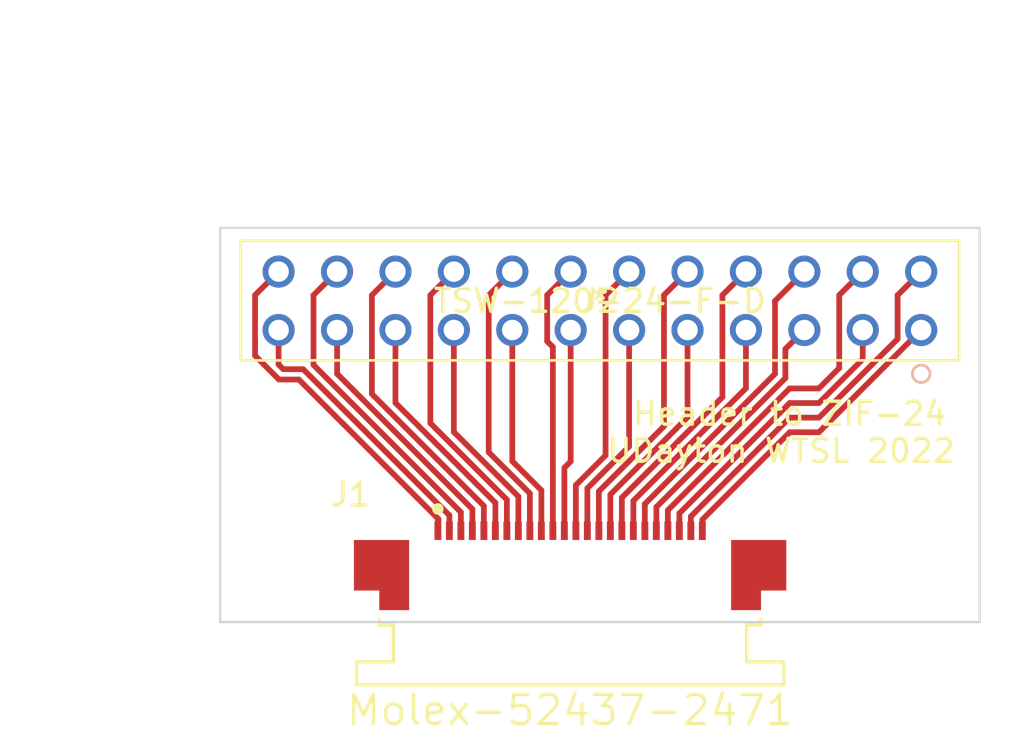
<source format=kicad_pcb>
(kicad_pcb (version 20171130) (host pcbnew "(5.1.12)-1")

  (general
    (thickness 1.6)
    (drawings 5)
    (tracks 107)
    (zones 0)
    (modules 2)
    (nets 27)
  )

  (page A4)
  (layers
    (0 F.Cu signal)
    (31 B.Cu signal)
    (32 B.Adhes user)
    (33 F.Adhes user)
    (34 B.Paste user)
    (35 F.Paste user)
    (36 B.SilkS user)
    (37 F.SilkS user)
    (38 B.Mask user)
    (39 F.Mask user)
    (40 Dwgs.User user)
    (41 Cmts.User user hide)
    (42 Eco1.User user)
    (43 Eco2.User user)
    (44 Edge.Cuts user)
    (45 Margin user)
    (46 B.CrtYd user)
    (47 F.CrtYd user)
    (48 B.Fab user)
    (49 F.Fab user)
  )

  (setup
    (last_trace_width 0.25)
    (trace_clearance 0.2)
    (zone_clearance 0.508)
    (zone_45_only no)
    (trace_min 0.2)
    (via_size 0.8)
    (via_drill 0.4)
    (via_min_size 0.4)
    (via_min_drill 0.3)
    (uvia_size 0.3)
    (uvia_drill 0.1)
    (uvias_allowed no)
    (uvia_min_size 0.2)
    (uvia_min_drill 0.1)
    (edge_width 0.05)
    (segment_width 0.2)
    (pcb_text_width 0.3)
    (pcb_text_size 1.5 1.5)
    (mod_edge_width 0.12)
    (mod_text_size 1 1)
    (mod_text_width 0.15)
    (pad_size 1.524 1.524)
    (pad_drill 0.762)
    (pad_to_mask_clearance 0)
    (aux_axis_origin 0 0)
    (visible_elements 7FFFFFFF)
    (pcbplotparams
      (layerselection 0x010fc_ffffffff)
      (usegerberextensions false)
      (usegerberattributes true)
      (usegerberadvancedattributes true)
      (creategerberjobfile true)
      (excludeedgelayer true)
      (linewidth 0.100000)
      (plotframeref false)
      (viasonmask false)
      (mode 1)
      (useauxorigin false)
      (hpglpennumber 1)
      (hpglpenspeed 20)
      (hpglpendiameter 15.000000)
      (psnegative false)
      (psa4output false)
      (plotreference true)
      (plotvalue true)
      (plotinvisibletext false)
      (padsonsilk false)
      (subtractmaskfromsilk false)
      (outputformat 1)
      (mirror false)
      (drillshape 0)
      (scaleselection 1)
      (outputdirectory "gerber/"))
  )

  (net 0 "")
  (net 1 "Net-(J1-Pad24)")
  (net 2 "Net-(J1-Pad23)")
  (net 3 "Net-(J1-PadMP2)")
  (net 4 "Net-(J1-PadMP1)")
  (net 5 "Net-(J1-Pad21)")
  (net 6 "Net-(J1-Pad20)")
  (net 7 "Net-(J1-Pad19)")
  (net 8 "Net-(J1-Pad18)")
  (net 9 "Net-(J1-Pad17)")
  (net 10 "Net-(J1-Pad16)")
  (net 11 "Net-(J1-Pad15)")
  (net 12 "Net-(J1-Pad14)")
  (net 13 "Net-(J1-Pad13)")
  (net 14 "Net-(J1-Pad12)")
  (net 15 "Net-(J1-Pad11)")
  (net 16 "Net-(J1-Pad10)")
  (net 17 "Net-(J1-Pad9)")
  (net 18 "Net-(J1-Pad8)")
  (net 19 "Net-(J1-Pad7)")
  (net 20 "Net-(J1-Pad6)")
  (net 21 "Net-(J1-Pad5)")
  (net 22 "Net-(J1-Pad4)")
  (net 23 "Net-(J1-Pad3)")
  (net 24 "Net-(J1-Pad2)")
  (net 25 "Net-(J1-Pad1)")
  (net 26 "Net-(J1-Pad22)")

  (net_class Default "This is the default net class."
    (clearance 0.2)
    (trace_width 0.25)
    (via_dia 0.8)
    (via_drill 0.4)
    (uvia_dia 0.3)
    (uvia_drill 0.1)
    (add_net "Net-(J1-Pad1)")
    (add_net "Net-(J1-Pad10)")
    (add_net "Net-(J1-Pad11)")
    (add_net "Net-(J1-Pad12)")
    (add_net "Net-(J1-Pad13)")
    (add_net "Net-(J1-Pad14)")
    (add_net "Net-(J1-Pad15)")
    (add_net "Net-(J1-Pad16)")
    (add_net "Net-(J1-Pad17)")
    (add_net "Net-(J1-Pad18)")
    (add_net "Net-(J1-Pad19)")
    (add_net "Net-(J1-Pad2)")
    (add_net "Net-(J1-Pad20)")
    (add_net "Net-(J1-Pad21)")
    (add_net "Net-(J1-Pad22)")
    (add_net "Net-(J1-Pad23)")
    (add_net "Net-(J1-Pad24)")
    (add_net "Net-(J1-Pad3)")
    (add_net "Net-(J1-Pad4)")
    (add_net "Net-(J1-Pad5)")
    (add_net "Net-(J1-Pad6)")
    (add_net "Net-(J1-Pad7)")
    (add_net "Net-(J1-Pad8)")
    (add_net "Net-(J1-Pad9)")
    (add_net "Net-(J1-PadMP1)")
    (add_net "Net-(J1-PadMP2)")
  )

  (module Imported_Parts:Molex-52437-2471-Manufacturer_Recommended (layer F.Cu) (tedit 628684E4) (tstamp 6296C977)
    (at 120.625246 120.020004)
    (path /629663DF)
    (fp_text reference J1 (at -10.500245 -2.375003) (layer F.SilkS)
      (effects (font (size 1 1) (thickness 0.15)) (justify left))
    )
    (fp_text value Molex-52437-2471 (at 0 7) (layer F.SilkS)
      (effects (font (size 1.27 1.27) (thickness 0.15)))
    )
    (fp_line (start 9.424747 5.925002) (end 9.424747 -1.224998) (layer F.CrtYd) (width 0.15))
    (fp_line (start -9.425245 5.925002) (end 9.424747 5.925002) (layer F.CrtYd) (width 0.15))
    (fp_line (start -9.425245 -1.224998) (end -9.425245 5.925002) (layer F.CrtYd) (width 0.15))
    (fp_line (start 9.424747 -1.224998) (end -9.425245 -1.224998) (layer F.CrtYd) (width 0.15))
    (fp_line (start 9.424747 -1.224998) (end 9.424747 -1.224998) (layer F.CrtYd) (width 0.15))
    (fp_poly (pts (xy -7.000245 -0.400002) (xy -9.400245 -0.400002) (xy -9.400245 1.799999) (xy -8.300245 1.799999)
      (xy -8.300245 2.649997) (xy -7.000245 2.649997)) (layer F.Paste) (width 0))
    (fp_poly (pts (xy -7.000245 -0.400002) (xy -9.400245 -0.400002) (xy -9.400245 1.799999) (xy -8.300245 1.799999)
      (xy -8.300245 2.649997) (xy -7.000245 2.649997)) (layer F.Mask) (width 0))
    (fp_poly (pts (xy -7.000245 -0.400002) (xy -9.400245 -0.400002) (xy -9.400245 1.799999) (xy -8.300245 1.799999)
      (xy -8.300245 2.649997) (xy -7.000245 2.649997)) (layer F.Cu) (width 0))
    (fp_poly (pts (xy 6.999747 -0.400002) (xy 9.399748 -0.400002) (xy 9.399748 1.799999) (xy 8.299747 1.799999)
      (xy 8.299747 2.649997) (xy 6.999747 2.649997)) (layer F.Paste) (width 0))
    (fp_poly (pts (xy 6.999747 -0.400002) (xy 9.399748 -0.400002) (xy 9.399748 1.799999) (xy 8.299747 1.799999)
      (xy 8.299747 2.649997) (xy 6.999747 2.649997)) (layer F.Mask) (width 0))
    (fp_poly (pts (xy 6.999747 -0.400002) (xy 9.399748 -0.400002) (xy 9.399748 1.799999) (xy 8.299747 1.799999)
      (xy 8.299747 2.649997) (xy 6.999747 2.649997)) (layer F.Cu) (width 0))
    (fp_poly (pts (xy -6.200243 1.450001) (xy -7.000243 1.450001) (xy -7.000243 0.150001) (xy -6.200243 0.150001)) (layer Dwgs.User) (width 0))
    (fp_poly (pts (xy 6.199747 0.15) (xy 6.999747 0.15) (xy 6.999747 1.45) (xy 6.199747 1.45)) (layer Dwgs.User) (width 0))
    (fp_line (start 7.679487 4.899998) (end 7.679487 3.300258) (layer F.SilkS) (width 0.15))
    (fp_line (start 7.679487 4.899998) (end 9.299712 4.899998) (layer F.SilkS) (width 0.15))
    (fp_line (start 9.299712 4.899998) (end 9.29973 4.900016) (layer F.SilkS) (width 0.15))
    (fp_line (start 9.29973 5.900016) (end 9.29973 4.900016) (layer F.SilkS) (width 0.15))
    (fp_line (start -9.300228 5.900016) (end 9.29973 5.900016) (layer F.SilkS) (width 0.15))
    (fp_line (start -9.300228 5.900016) (end -9.300228 4.899947) (layer F.SilkS) (width 0.15))
    (fp_line (start -9.300228 4.899947) (end -9.30007 4.89979) (layer F.SilkS) (width 0.15))
    (fp_line (start -9.30007 4.89979) (end -7.680749 4.89979) (layer F.SilkS) (width 0.15))
    (fp_line (start -7.680749 4.89979) (end -7.680749 3.300255) (layer F.SilkS) (width 0.15))
    (fp_line (start -8.300999 3.300255) (end -7.680749 3.300255) (layer F.SilkS) (width 0.15))
    (fp_line (start -8.300999 3.300255) (end -8.300999 3.049999) (layer F.SilkS) (width 0.15))
    (fp_line (start 8.29975 3.300255) (end 8.29975 3.049999) (layer F.SilkS) (width 0.15))
    (fp_line (start 7.679484 3.300255) (end 8.29975 3.300255) (layer F.SilkS) (width 0.15))
    (fp_line (start -7.680749 3.300255) (end 7.679484 3.300255) (layer F.Fab) (width 0.1))
    (fp_line (start -7.680541 4.899998) (end 7.679484 4.899998) (layer F.Fab) (width 0.1))
    (fp_line (start 7.679484 4.899998) (end 9.299748 4.899998) (layer F.Fab) (width 0.1))
    (fp_line (start 9.29973 5.900016) (end 9.299748 4.899998) (layer F.Fab) (width 0.1))
    (fp_line (start -9.300228 5.900016) (end 9.29973 5.900016) (layer F.Fab) (width 0.1))
    (fp_line (start -9.300246 4.899998) (end -9.300228 5.900016) (layer F.Fab) (width 0.1))
    (fp_line (start 7.679484 4.9) (end 7.679484 3.300255) (layer F.Fab) (width 0.1))
    (fp_line (start 7.679484 3.300255) (end 8.29975 3.300255) (layer F.Fab) (width 0.1))
    (fp_line (start 8.29975 3.300255) (end 8.29975 -0.199743) (layer F.Fab) (width 0.1))
    (fp_line (start -8.300545 3.300255) (end -8.300545 -0.199743) (layer F.Fab) (width 0.1))
    (fp_line (start -8.300545 3.300255) (end -7.680749 3.300255) (layer F.Fab) (width 0.1))
    (fp_line (start -7.680541 4.899998) (end -7.680541 3.300255) (layer F.Fab) (width 0.1))
    (fp_line (start -9.300246 4.899998) (end -7.680541 4.899998) (layer F.Fab) (width 0.1))
    (fp_line (start -8.300545 -0.199743) (end 8.29975 -0.199743) (layer F.Fab) (width 0.1))
    (fp_circle (center -5.750248 -1.750002) (end -5.625247 -1.750002) (layer F.SilkS) (width 0.249999))
    (pad 24 smd rect (at 5.749752 -0.800001) (size 0.299999 0.800001) (layers F.Cu F.Paste F.Mask)
      (net 1 "Net-(J1-Pad24)"))
    (pad 23 smd rect (at 5.249753 -0.800001) (size 0.299999 0.800001) (layers F.Cu F.Paste F.Mask)
      (net 2 "Net-(J1-Pad23)"))
    (pad MP2 smd rect (at 8.24975 0.799998 180) (size 1.000001 1.000001) (layers F.Cu F.Paste F.Mask)
      (net 3 "Net-(J1-PadMP2)"))
    (pad MP1 smd rect (at -8.24975 0.799998 180) (size 1.000001 1.000001) (layers F.Cu F.Paste F.Mask)
      (net 4 "Net-(J1-PadMP1)"))
    (pad 21 smd rect (at 4.249753 -0.800001 180) (size 0.299999 0.800001) (layers F.Cu F.Paste F.Mask)
      (net 5 "Net-(J1-Pad21)"))
    (pad 20 smd rect (at 3.749754 -0.800001 180) (size 0.299999 0.800001) (layers F.Cu F.Paste F.Mask)
      (net 6 "Net-(J1-Pad20)"))
    (pad 19 smd rect (at 3.249752 -0.800001 180) (size 0.299999 0.800001) (layers F.Cu F.Paste F.Mask)
      (net 7 "Net-(J1-Pad19)"))
    (pad 18 smd rect (at 2.749753 -0.800001 180) (size 0.299999 0.800001) (layers F.Cu F.Paste F.Mask)
      (net 8 "Net-(J1-Pad18)"))
    (pad 17 smd rect (at 2.249752 -0.800001 180) (size 0.299999 0.800001) (layers F.Cu F.Paste F.Mask)
      (net 9 "Net-(J1-Pad17)"))
    (pad 16 smd rect (at 1.749753 -0.800001 180) (size 0.299999 0.800001) (layers F.Cu F.Paste F.Mask)
      (net 10 "Net-(J1-Pad16)"))
    (pad 15 smd rect (at 1.249754 -0.800001 180) (size 0.299999 0.800001) (layers F.Cu F.Paste F.Mask)
      (net 11 "Net-(J1-Pad15)"))
    (pad 14 smd rect (at 0.749752 -0.800001 180) (size 0.299999 0.800001) (layers F.Cu F.Paste F.Mask)
      (net 12 "Net-(J1-Pad14)"))
    (pad 13 smd rect (at 0.249753 -0.800001 180) (size 0.299999 0.800001) (layers F.Cu F.Paste F.Mask)
      (net 13 "Net-(J1-Pad13)"))
    (pad 12 smd rect (at -0.250248 -0.800001 180) (size 0.299999 0.800001) (layers F.Cu F.Paste F.Mask)
      (net 14 "Net-(J1-Pad12)"))
    (pad 11 smd rect (at -0.750247 -0.800001 180) (size 0.299999 0.800001) (layers F.Cu F.Paste F.Mask)
      (net 15 "Net-(J1-Pad11)"))
    (pad 10 smd rect (at -1.250246 -0.800001 180) (size 0.299999 0.800001) (layers F.Cu F.Paste F.Mask)
      (net 16 "Net-(J1-Pad10)"))
    (pad 9 smd rect (at -1.750248 -0.800001 180) (size 0.299999 0.800001) (layers F.Cu F.Paste F.Mask)
      (net 17 "Net-(J1-Pad9)"))
    (pad 8 smd rect (at -2.250247 -0.800001 180) (size 0.299999 0.800001) (layers F.Cu F.Paste F.Mask)
      (net 18 "Net-(J1-Pad8)"))
    (pad 7 smd rect (at -2.750249 -0.800001 180) (size 0.299999 0.800001) (layers F.Cu F.Paste F.Mask)
      (net 19 "Net-(J1-Pad7)"))
    (pad 6 smd rect (at -3.250248 -0.800001 180) (size 0.299999 0.800001) (layers F.Cu F.Paste F.Mask)
      (net 20 "Net-(J1-Pad6)"))
    (pad 5 smd rect (at -3.750247 -0.800001 180) (size 0.299999 0.800001) (layers F.Cu F.Paste F.Mask)
      (net 21 "Net-(J1-Pad5)"))
    (pad 4 smd rect (at -4.250248 -0.800001 180) (size 0.299999 0.800001) (layers F.Cu F.Paste F.Mask)
      (net 22 "Net-(J1-Pad4)"))
    (pad 3 smd rect (at -4.750247 -0.800001 180) (size 0.299999 0.800001) (layers F.Cu F.Paste F.Mask)
      (net 23 "Net-(J1-Pad3)"))
    (pad 2 smd rect (at -5.250249 -0.800001 180) (size 0.299999 0.800001) (layers F.Cu F.Paste F.Mask)
      (net 24 "Net-(J1-Pad2)"))
    (pad 1 smd rect (at -5.750248 -0.800001 180) (size 0.299999 0.800001) (layers F.Cu F.Paste F.Mask)
      (net 25 "Net-(J1-Pad1)"))
    (pad 22 smd rect (at 4.749752 -0.800001) (size 0.299999 0.800001) (layers F.Cu F.Paste F.Mask)
      (net 26 "Net-(J1-Pad22)"))
    (model C:/Users/zkran/Documents/Kicad/Sym/Conn_Molex_52437-2471/524372471.stp
      (at (xyz 0 0 0))
      (scale (xyz 1 1 1))
      (rotate (xyz -90 0 0))
    )
  )

  (module Imported_Parts:HTSW-112-17-L-D-LL (layer F.Cu) (tedit 629665FE) (tstamp 6297F93A)
    (at 121.92 109.22)
    (path /6297E9A9)
    (fp_text reference J2 (at 0 0) (layer F.SilkS)
      (effects (font (size 1 1) (thickness 0.15)))
    )
    (fp_text value TSW-120-24-F-D (at 0 0) (layer F.SilkS)
      (effects (font (size 1 1) (thickness 0.15)))
    )
    (fp_line (start 15.748 -2.7432) (end 15.24 -2.7432) (layer F.CrtYd) (width 0.05))
    (fp_line (start 15.24 -2.7432) (end 15.24 -2.5908) (layer F.CrtYd) (width 0.05))
    (fp_line (start 15.24 -2.5908) (end -15.24 -2.5908) (layer F.CrtYd) (width 0.05))
    (fp_line (start -15.24 -2.5908) (end -15.24 -2.7432) (layer F.CrtYd) (width 0.05))
    (fp_line (start -15.24 -2.7432) (end -15.748 -2.7432) (layer F.CrtYd) (width 0.05))
    (fp_line (start -15.748 -2.7432) (end -15.748 2.7178) (layer F.CrtYd) (width 0.05))
    (fp_line (start -15.748 2.7178) (end -15.24 2.7178) (layer F.CrtYd) (width 0.05))
    (fp_line (start -15.24 2.7178) (end -15.24 2.5908) (layer F.CrtYd) (width 0.05))
    (fp_line (start -15.24 2.5908) (end 15.24 2.5908) (layer F.CrtYd) (width 0.05))
    (fp_line (start 15.24 2.5908) (end 15.24 2.7178) (layer F.CrtYd) (width 0.05))
    (fp_line (start 15.24 2.7178) (end 15.748 2.7178) (layer F.CrtYd) (width 0.05))
    (fp_line (start 15.748 2.7178) (end 15.748 -2.7432) (layer F.CrtYd) (width 0.05))
    (fp_line (start 11.43 1.27) (end 11.43 -5.4102) (layer Cmts.User) (width 0.1))
    (fp_line (start 13.97 1.27) (end 13.97 -5.4102) (layer Cmts.User) (width 0.1))
    (fp_line (start 11.43 -5.0292) (end 10.16 -5.0292) (layer Cmts.User) (width 0.1))
    (fp_line (start 13.97 -5.0292) (end 15.24 -5.0292) (layer Cmts.User) (width 0.1))
    (fp_line (start 11.43 -5.0292) (end 11.176 -5.1562) (layer Cmts.User) (width 0.1))
    (fp_line (start 11.43 -5.0292) (end 11.176 -4.9022) (layer Cmts.User) (width 0.1))
    (fp_line (start 11.176 -5.1562) (end 11.176 -4.9022) (layer Cmts.User) (width 0.1))
    (fp_line (start 13.97 -5.0292) (end 14.224 -5.1562) (layer Cmts.User) (width 0.1))
    (fp_line (start 13.97 -5.0292) (end 14.224 -4.9022) (layer Cmts.User) (width 0.1))
    (fp_line (start 14.224 -5.1562) (end 14.224 -4.9022) (layer Cmts.User) (width 0.1))
    (fp_line (start -15.494 -2.4892) (end -15.494 -13.0302) (layer Cmts.User) (width 0.1))
    (fp_line (start 15.494 -2.4892) (end 15.494 -13.0302) (layer Cmts.User) (width 0.1))
    (fp_line (start -15.494 -12.6492) (end 15.494 -12.6492) (layer Cmts.User) (width 0.1))
    (fp_line (start -15.494 -12.6492) (end -15.24 -12.7762) (layer Cmts.User) (width 0.1))
    (fp_line (start -15.494 -12.6492) (end -15.24 -12.5222) (layer Cmts.User) (width 0.1))
    (fp_line (start -15.24 -12.7762) (end -15.24 -12.5222) (layer Cmts.User) (width 0.1))
    (fp_line (start 15.494 -12.6492) (end 15.24 -12.7762) (layer Cmts.User) (width 0.1))
    (fp_line (start 15.494 -12.6492) (end 15.24 -12.5222) (layer Cmts.User) (width 0.1))
    (fp_line (start 15.24 -12.7762) (end 15.24 -12.5222) (layer Cmts.User) (width 0.1))
    (fp_line (start 13.97 -1.27) (end 18.415 -1.27) (layer Cmts.User) (width 0.1))
    (fp_line (start 13.97 1.27) (end 18.415 1.27) (layer Cmts.User) (width 0.1))
    (fp_line (start 18.034 -1.27) (end 18.034 -2.54) (layer Cmts.User) (width 0.1))
    (fp_line (start 18.034 1.27) (end 18.034 2.54) (layer Cmts.User) (width 0.1))
    (fp_line (start 18.034 -1.27) (end 17.907 -1.524) (layer Cmts.User) (width 0.1))
    (fp_line (start 18.034 -1.27) (end 18.161 -1.524) (layer Cmts.User) (width 0.1))
    (fp_line (start 17.907 -1.524) (end 18.161 -1.524) (layer Cmts.User) (width 0.1))
    (fp_line (start 18.034 1.27) (end 17.907 1.524) (layer Cmts.User) (width 0.1))
    (fp_line (start 18.034 1.27) (end 18.161 1.524) (layer Cmts.User) (width 0.1))
    (fp_line (start 17.907 1.524) (end 18.161 1.524) (layer Cmts.User) (width 0.1))
    (fp_line (start 0 0) (end -18.415 0) (layer Cmts.User) (width 0.1))
    (fp_line (start 5.5499 1.4986) (end -18.415 1.4986) (layer Cmts.User) (width 0.1))
    (fp_line (start -18.034 0) (end -18.034 -1.27) (layer Cmts.User) (width 0.1))
    (fp_line (start -18.034 1.4986) (end -18.034 2.7686) (layer Cmts.User) (width 0.1))
    (fp_line (start -18.034 0) (end -18.161 -0.254) (layer Cmts.User) (width 0.1))
    (fp_line (start -18.034 0) (end -17.907 -0.254) (layer Cmts.User) (width 0.1))
    (fp_line (start -18.161 -0.254) (end -17.907 -0.254) (layer Cmts.User) (width 0.1))
    (fp_line (start -18.034 1.4986) (end -18.161 1.7526) (layer Cmts.User) (width 0.1))
    (fp_line (start -18.034 1.4986) (end -17.907 1.7526) (layer Cmts.User) (width 0.1))
    (fp_line (start -18.161 1.7526) (end -17.907 1.7526) (layer Cmts.User) (width 0.1))
    (fp_line (start 0 0) (end -20.955 0) (layer Cmts.User) (width 0.1))
    (fp_line (start 5.5499 1.4986) (end -20.955 1.4986) (layer Cmts.User) (width 0.1))
    (fp_line (start -20.574 0) (end -20.574 -1.27) (layer Cmts.User) (width 0.1))
    (fp_line (start -20.574 1.4986) (end -20.574 2.7686) (layer Cmts.User) (width 0.1))
    (fp_line (start -20.574 0) (end -20.701 -0.254) (layer Cmts.User) (width 0.1))
    (fp_line (start -20.574 0) (end -20.447 -0.254) (layer Cmts.User) (width 0.1))
    (fp_line (start -20.701 -0.254) (end -20.447 -0.254) (layer Cmts.User) (width 0.1))
    (fp_line (start -20.574 1.4986) (end -20.701 1.7526) (layer Cmts.User) (width 0.1))
    (fp_line (start -20.574 1.4986) (end -20.447 1.7526) (layer Cmts.User) (width 0.1))
    (fp_line (start -20.701 1.7526) (end -20.447 1.7526) (layer Cmts.User) (width 0.1))
    (fp_line (start -15.494 -2.4892) (end -23.495 -2.4892) (layer Cmts.User) (width 0.1))
    (fp_line (start 0 0) (end -23.495 0) (layer Cmts.User) (width 0.1))
    (fp_line (start -23.114 -2.4892) (end -23.114 -3.7592) (layer Cmts.User) (width 0.1))
    (fp_line (start -23.114 0) (end -23.114 1.27) (layer Cmts.User) (width 0.1))
    (fp_line (start -23.114 -2.4892) (end -23.241 -2.7432) (layer Cmts.User) (width 0.1))
    (fp_line (start -23.114 -2.4892) (end -22.987 -2.7432) (layer Cmts.User) (width 0.1))
    (fp_line (start -23.241 -2.7432) (end -22.987 -2.7432) (layer Cmts.User) (width 0.1))
    (fp_line (start -23.114 0) (end -23.241 0.254) (layer Cmts.User) (width 0.1))
    (fp_line (start -23.114 0) (end -22.987 0.254) (layer Cmts.User) (width 0.1))
    (fp_line (start -23.241 0.254) (end -22.987 0.254) (layer Cmts.User) (width 0.1))
    (fp_line (start -15.494 -2.4892) (end -26.035 -2.4892) (layer Cmts.User) (width 0.1))
    (fp_line (start -15.494 2.4638) (end -26.035 2.4638) (layer Cmts.User) (width 0.1))
    (fp_line (start -25.654 -2.4892) (end -25.654 2.4638) (layer Cmts.User) (width 0.1))
    (fp_line (start -25.654 -2.4892) (end -25.781 -2.2352) (layer Cmts.User) (width 0.1))
    (fp_line (start -25.654 -2.4892) (end -25.527 -2.2352) (layer Cmts.User) (width 0.1))
    (fp_line (start -25.781 -2.2352) (end -25.527 -2.2352) (layer Cmts.User) (width 0.1))
    (fp_line (start -25.654 2.4638) (end -25.781 2.2098) (layer Cmts.User) (width 0.1))
    (fp_line (start -25.654 2.4638) (end -25.527 2.2098) (layer Cmts.User) (width 0.1))
    (fp_line (start -25.781 2.2098) (end -25.527 2.2098) (layer Cmts.User) (width 0.1))
    (fp_line (start -15.621 2.5908) (end 15.621 2.5908) (layer F.SilkS) (width 0.12))
    (fp_line (start 15.621 2.5908) (end 15.621 -2.6162) (layer F.SilkS) (width 0.12))
    (fp_line (start 15.621 -2.6162) (end -15.621 -2.6162) (layer F.SilkS) (width 0.12))
    (fp_line (start -15.621 -2.6162) (end -15.621 2.5908) (layer F.SilkS) (width 0.12))
    (fp_line (start -15.494 2.4638) (end 15.494 2.4638) (layer F.Fab) (width 0.1))
    (fp_line (start 15.494 2.4638) (end 15.494 -2.4892) (layer F.Fab) (width 0.1))
    (fp_line (start 15.494 -2.4892) (end -15.494 -2.4892) (layer F.Fab) (width 0.1))
    (fp_line (start -15.494 -2.4892) (end -15.494 2.4638) (layer F.Fab) (width 0.1))
    (fp_line (start 15.24 -2.7432) (end 15.24 -2.5908) (layer F.CrtYd) (width 0.05))
    (fp_line (start 15.24 -2.5908) (end -15.24 -2.5908) (layer F.CrtYd) (width 0.05))
    (fp_line (start -15.24 -2.5908) (end -15.24 -2.7432) (layer F.CrtYd) (width 0.05))
    (fp_line (start -15.24 -2.7432) (end -15.748 -2.7432) (layer F.CrtYd) (width 0.05))
    (fp_line (start -15.748 -2.7432) (end -15.748 2.7178) (layer F.CrtYd) (width 0.05))
    (fp_line (start -15.748 2.7178) (end -15.24 2.7178) (layer F.CrtYd) (width 0.05))
    (fp_line (start -15.24 2.7178) (end -15.24 2.5908) (layer F.CrtYd) (width 0.05))
    (fp_line (start -15.24 2.5908) (end 15.24 2.5908) (layer F.CrtYd) (width 0.05))
    (fp_line (start 15.24 2.5908) (end 15.24 2.7178) (layer F.CrtYd) (width 0.05))
    (fp_line (start 15.24 2.7178) (end 15.748 2.7178) (layer F.CrtYd) (width 0.05))
    (fp_line (start 15.748 2.7178) (end 15.748 -2.7432) (layer F.CrtYd) (width 0.05))
    (fp_line (start 15.748 -2.7432) (end 15.24 -2.7432) (layer F.CrtYd) (width 0.05))
    (fp_circle (center 13.97 3.175) (end 14.351 3.175) (layer F.SilkS) (width 0.12))
    (fp_circle (center 13.97 3.175) (end 14.351 3.175) (layer B.SilkS) (width 0.12))
    (fp_circle (center 13.97 1.27) (end 14.224 1.27) (layer F.Fab) (width 0.1))
    (fp_text user * (at 0 0) (layer F.Fab)
      (effects (font (size 1 1) (thickness 0.15)))
    )
    (fp_text user * (at 0 0) (layer F.SilkS)
      (effects (font (size 1 1) (thickness 0.15)))
    )
    (fp_text user "Copyright 2021 Accelerated Designs. All rights reserved." (at 0 0) (layer Cmts.User)
      (effects (font (size 0.127 0.127) (thickness 0.002)))
    )
    (pad 24 thru_hole circle (at -13.97 -1.27 90) (size 1.397 1.397) (drill 0.889) (layers *.Cu *.Mask)
      (net 25 "Net-(J1-Pad1)"))
    (pad 23 thru_hole circle (at -13.97 1.27 90) (size 1.397 1.397) (drill 0.889) (layers *.Cu *.Mask)
      (net 24 "Net-(J1-Pad2)"))
    (pad 22 thru_hole circle (at -11.43 -1.27 90) (size 1.397 1.397) (drill 0.889) (layers *.Cu *.Mask)
      (net 23 "Net-(J1-Pad3)"))
    (pad 21 thru_hole circle (at -11.43 1.27 90) (size 1.397 1.397) (drill 0.889) (layers *.Cu *.Mask)
      (net 22 "Net-(J1-Pad4)"))
    (pad 20 thru_hole circle (at -8.89 -1.27 90) (size 1.397 1.397) (drill 0.889) (layers *.Cu *.Mask)
      (net 21 "Net-(J1-Pad5)"))
    (pad 19 thru_hole circle (at -8.89 1.27 90) (size 1.397 1.397) (drill 0.889) (layers *.Cu *.Mask)
      (net 20 "Net-(J1-Pad6)"))
    (pad 18 thru_hole circle (at -6.35 -1.27 90) (size 1.397 1.397) (drill 0.889) (layers *.Cu *.Mask)
      (net 19 "Net-(J1-Pad7)"))
    (pad 17 thru_hole circle (at -6.35 1.27 90) (size 1.397 1.397) (drill 0.889) (layers *.Cu *.Mask)
      (net 18 "Net-(J1-Pad8)"))
    (pad 16 thru_hole circle (at -3.81 -1.27 90) (size 1.397 1.397) (drill 0.889) (layers *.Cu *.Mask)
      (net 17 "Net-(J1-Pad9)"))
    (pad 15 thru_hole circle (at -3.81 1.27 90) (size 1.397 1.397) (drill 0.889) (layers *.Cu *.Mask)
      (net 16 "Net-(J1-Pad10)"))
    (pad 14 thru_hole circle (at -1.27 -1.27 90) (size 1.397 1.397) (drill 0.889) (layers *.Cu *.Mask)
      (net 15 "Net-(J1-Pad11)"))
    (pad 13 thru_hole circle (at -1.27 1.27 90) (size 1.397 1.397) (drill 0.889) (layers *.Cu *.Mask)
      (net 14 "Net-(J1-Pad12)"))
    (pad 12 thru_hole circle (at 1.27 -1.27 90) (size 1.397 1.397) (drill 0.889) (layers *.Cu *.Mask)
      (net 13 "Net-(J1-Pad13)"))
    (pad 11 thru_hole circle (at 1.27 1.27 90) (size 1.397 1.397) (drill 0.889) (layers *.Cu *.Mask)
      (net 12 "Net-(J1-Pad14)"))
    (pad 10 thru_hole circle (at 3.81 -1.27 90) (size 1.397 1.397) (drill 0.889) (layers *.Cu *.Mask)
      (net 11 "Net-(J1-Pad15)"))
    (pad 9 thru_hole circle (at 3.81 1.27 90) (size 1.397 1.397) (drill 0.889) (layers *.Cu *.Mask)
      (net 10 "Net-(J1-Pad16)"))
    (pad 8 thru_hole circle (at 6.35 -1.27 90) (size 1.397 1.397) (drill 0.889) (layers *.Cu *.Mask)
      (net 9 "Net-(J1-Pad17)"))
    (pad 7 thru_hole circle (at 6.35 1.27 90) (size 1.397 1.397) (drill 0.889) (layers *.Cu *.Mask)
      (net 8 "Net-(J1-Pad18)"))
    (pad 6 thru_hole circle (at 8.89 -1.27 90) (size 1.397 1.397) (drill 0.889) (layers *.Cu *.Mask)
      (net 7 "Net-(J1-Pad19)"))
    (pad 5 thru_hole circle (at 8.89 1.27 90) (size 1.397 1.397) (drill 0.889) (layers *.Cu *.Mask)
      (net 6 "Net-(J1-Pad20)"))
    (pad 4 thru_hole circle (at 11.43 -1.27 90) (size 1.397 1.397) (drill 0.889) (layers *.Cu *.Mask)
      (net 5 "Net-(J1-Pad21)"))
    (pad 3 thru_hole circle (at 11.43 1.27 90) (size 1.397 1.397) (drill 0.889) (layers *.Cu *.Mask)
      (net 26 "Net-(J1-Pad22)"))
    (pad 2 thru_hole circle (at 13.97 -1.27 90) (size 1.397 1.397) (drill 0.889) (layers *.Cu *.Mask)
      (net 2 "Net-(J1-Pad23)"))
    (pad 1 thru_hole circle (at 13.97 1.27 90) (size 1.397 1.397) (drill 0.889) (layers *.Cu *.Mask)
      (net 1 "Net-(J1-Pad24)"))
    (model "C:/Users/zkran/Documents/Kicad/Sym/Samtec HTSW-112-17-L-D-LL/2022-05-31_18-54-21/STEP/CON24_2X12_TU_TSW_SAI.step"
      (at (xyz 0 0 0))
      (scale (xyz 1 1 1))
      (rotate (xyz 0 0 0))
    )
  )

  (gr_text "Header to ZIF-24\nUDayton WTSL 2022 " (at 130.175 114.935) (layer F.SilkS)
    (effects (font (size 1 1) (thickness 0.15)))
  )
  (gr_line (start 138.43 106.045) (end 138.43 123.19) (layer Edge.Cuts) (width 0.1))
  (gr_line (start 105.41 106.045) (end 138.43 106.045) (layer Edge.Cuts) (width 0.1))
  (gr_line (start 105.41 123.19) (end 105.41 106.045) (layer Edge.Cuts) (width 0.1))
  (gr_line (start 138.43 123.19) (end 105.41 123.19) (layer Edge.Cuts) (width 0.1))

  (segment (start 126.374998 119.220003) (end 126.374998 118.735002) (width 0.25) (layer F.Cu) (net 1))
  (segment (start 126.374998 118.735002) (end 130.175 114.935) (width 0.25) (layer F.Cu) (net 1))
  (segment (start 131.445 114.935) (end 135.89 110.49) (width 0.25) (layer F.Cu) (net 1))
  (segment (start 130.175 114.935) (end 131.445 114.935) (width 0.25) (layer F.Cu) (net 1))
  (segment (start 125.874999 118.598591) (end 130.17359 114.3) (width 0.25) (layer F.Cu) (net 2))
  (segment (start 125.874999 119.220003) (end 125.874999 118.598591) (width 0.25) (layer F.Cu) (net 2))
  (segment (start 130.17359 114.3) (end 131.44359 114.3) (width 0.25) (layer F.Cu) (net 2))
  (segment (start 134.866499 108.973501) (end 135.89 107.95) (width 0.25) (layer F.Cu) (net 2))
  (segment (start 134.866499 110.877091) (end 134.866499 108.973501) (width 0.25) (layer F.Cu) (net 2))
  (segment (start 131.44359 114.3) (end 134.866499 110.877091) (width 0.25) (layer F.Cu) (net 2))
  (segment (start 124.874999 118.325771) (end 130.17077 113.03) (width 0.25) (layer F.Cu) (net 5))
  (segment (start 124.874999 119.220003) (end 124.874999 118.325771) (width 0.25) (layer F.Cu) (net 5))
  (segment (start 130.17077 113.03) (end 131.44077 113.03) (width 0.25) (layer F.Cu) (net 5))
  (segment (start 132.326499 108.973501) (end 133.35 107.95) (width 0.25) (layer F.Cu) (net 5))
  (segment (start 132.326499 112.144271) (end 132.326499 108.973501) (width 0.25) (layer F.Cu) (net 5))
  (segment (start 131.44077 113.03) (end 132.326499 112.144271) (width 0.25) (layer F.Cu) (net 5))
  (segment (start 124.375 118.18936) (end 129.98437 112.57999) (width 0.25) (layer F.Cu) (net 6))
  (segment (start 124.375 119.220003) (end 124.375 118.18936) (width 0.25) (layer F.Cu) (net 6))
  (segment (start 129.98437 111.31563) (end 130.81 110.49) (width 0.25) (layer F.Cu) (net 6))
  (segment (start 129.98437 112.57999) (end 129.98437 111.31563) (width 0.25) (layer F.Cu) (net 6))
  (segment (start 123.874998 119.220003) (end 123.874998 118.052952) (width 0.25) (layer F.Cu) (net 7))
  (segment (start 129.53436 109.22564) (end 130.81 107.95) (width 0.25) (layer F.Cu) (net 7))
  (segment (start 129.53436 112.39359) (end 129.53436 109.22564) (width 0.25) (layer F.Cu) (net 7))
  (segment (start 123.874998 118.052952) (end 129.53436 112.39359) (width 0.25) (layer F.Cu) (net 7))
  (segment (start 123.374999 119.220003) (end 123.374999 117.916541) (width 0.25) (layer F.Cu) (net 8))
  (segment (start 128.27 113.02154) (end 128.27 110.49) (width 0.25) (layer F.Cu) (net 8))
  (segment (start 123.374999 117.916541) (end 128.27 113.02154) (width 0.25) (layer F.Cu) (net 8))
  (segment (start 122.874998 119.220003) (end 122.874998 117.780132) (width 0.25) (layer F.Cu) (net 9))
  (segment (start 127.246499 108.973501) (end 128.27 107.95) (width 0.25) (layer F.Cu) (net 9))
  (segment (start 127.246499 113.408631) (end 127.246499 108.973501) (width 0.25) (layer F.Cu) (net 9))
  (segment (start 122.874998 117.780132) (end 127.246499 113.408631) (width 0.25) (layer F.Cu) (net 9))
  (segment (start 122.374999 119.220003) (end 122.374999 117.643721) (width 0.25) (layer F.Cu) (net 10))
  (segment (start 125.73 114.28872) (end 125.73 110.49) (width 0.25) (layer F.Cu) (net 10))
  (segment (start 122.374999 117.643721) (end 125.73 114.28872) (width 0.25) (layer F.Cu) (net 10))
  (segment (start 121.875 119.220003) (end 121.875 117.50731) (width 0.25) (layer F.Cu) (net 11))
  (segment (start 124.706499 108.973501) (end 125.73 107.95) (width 0.25) (layer F.Cu) (net 11))
  (segment (start 124.706499 114.675811) (end 124.706499 108.973501) (width 0.25) (layer F.Cu) (net 11))
  (segment (start 121.875 117.50731) (end 124.706499 114.675811) (width 0.25) (layer F.Cu) (net 11))
  (segment (start 121.374998 119.220003) (end 121.374998 117.370902) (width 0.25) (layer F.Cu) (net 12))
  (segment (start 123.19 115.5559) (end 123.19 110.49) (width 0.25) (layer F.Cu) (net 12))
  (segment (start 121.374998 117.370902) (end 123.19 115.5559) (width 0.25) (layer F.Cu) (net 12))
  (segment (start 120.874999 119.220003) (end 120.874999 117.234491) (width 0.25) (layer F.Cu) (net 13))
  (segment (start 122.166499 108.973501) (end 123.19 107.95) (width 0.25) (layer F.Cu) (net 13))
  (segment (start 122.166499 115.942991) (end 122.166499 108.973501) (width 0.25) (layer F.Cu) (net 13))
  (segment (start 120.874999 117.234491) (end 122.166499 115.942991) (width 0.25) (layer F.Cu) (net 13))
  (segment (start 120.374998 119.220003) (end 120.374998 116.480002) (width 0.25) (layer F.Cu) (net 14))
  (segment (start 120.65 116.205) (end 120.65 110.49) (width 0.25) (layer F.Cu) (net 14))
  (segment (start 120.374998 116.480002) (end 120.65 116.205) (width 0.25) (layer F.Cu) (net 14))
  (segment (start 119.626499 108.973501) (end 120.65 107.95) (width 0.25) (layer F.Cu) (net 15))
  (segment (start 119.626499 110.981281) (end 119.626499 108.973501) (width 0.25) (layer F.Cu) (net 15))
  (segment (start 119.874999 111.229781) (end 119.626499 110.981281) (width 0.25) (layer F.Cu) (net 15))
  (segment (start 119.874999 119.220003) (end 119.874999 111.229781) (width 0.25) (layer F.Cu) (net 15))
  (segment (start 119.375 119.220003) (end 119.375 117.45731) (width 0.25) (layer F.Cu) (net 16))
  (segment (start 118.11 116.19231) (end 118.11 110.49) (width 0.25) (layer F.Cu) (net 16))
  (segment (start 119.375 117.45731) (end 118.11 116.19231) (width 0.25) (layer F.Cu) (net 16))
  (segment (start 118.874998 119.220003) (end 118.874998 117.593718) (width 0.25) (layer F.Cu) (net 17))
  (segment (start 117.086499 108.973501) (end 118.11 107.95) (width 0.25) (layer F.Cu) (net 17))
  (segment (start 117.086499 115.805219) (end 117.086499 108.973501) (width 0.25) (layer F.Cu) (net 17))
  (segment (start 118.874998 117.593718) (end 117.086499 115.805219) (width 0.25) (layer F.Cu) (net 17))
  (segment (start 118.374999 119.220003) (end 118.374999 117.730129) (width 0.25) (layer F.Cu) (net 18))
  (segment (start 115.57 114.92513) (end 115.57 110.49) (width 0.25) (layer F.Cu) (net 18))
  (segment (start 118.374999 117.730129) (end 115.57 114.92513) (width 0.25) (layer F.Cu) (net 18))
  (segment (start 117.874997 119.220003) (end 117.874997 117.866537) (width 0.25) (layer F.Cu) (net 19))
  (segment (start 114.546499 108.973501) (end 115.57 107.95) (width 0.25) (layer F.Cu) (net 19))
  (segment (start 114.546499 114.538039) (end 114.546499 108.973501) (width 0.25) (layer F.Cu) (net 19))
  (segment (start 117.874997 117.866537) (end 114.546499 114.538039) (width 0.25) (layer F.Cu) (net 19))
  (segment (start 117.374998 119.220003) (end 117.374998 118.002948) (width 0.25) (layer F.Cu) (net 20))
  (segment (start 113.03 113.65795) (end 113.03 110.49) (width 0.25) (layer F.Cu) (net 20))
  (segment (start 117.374998 118.002948) (end 113.03 113.65795) (width 0.25) (layer F.Cu) (net 20))
  (segment (start 116.874999 119.220003) (end 116.874999 118.139359) (width 0.25) (layer F.Cu) (net 21))
  (segment (start 112.006499 108.973501) (end 113.03 107.95) (width 0.25) (layer F.Cu) (net 21))
  (segment (start 112.006499 113.270859) (end 112.006499 108.973501) (width 0.25) (layer F.Cu) (net 21))
  (segment (start 116.874999 118.139359) (end 112.006499 113.270859) (width 0.25) (layer F.Cu) (net 21))
  (segment (start 116.374998 118.275768) (end 110.493525 112.394295) (width 0.25) (layer F.Cu) (net 22))
  (segment (start 116.374998 119.220003) (end 116.374998 118.275768) (width 0.25) (layer F.Cu) (net 22))
  (segment (start 110.493525 110.493525) (end 110.49 110.49) (width 0.25) (layer F.Cu) (net 22))
  (segment (start 110.493525 112.394295) (end 110.493525 110.493525) (width 0.25) (layer F.Cu) (net 22))
  (segment (start 115.874999 118.412179) (end 111.12782 113.665) (width 0.25) (layer F.Cu) (net 23))
  (segment (start 115.874999 119.220003) (end 115.874999 118.412179) (width 0.25) (layer F.Cu) (net 23))
  (segment (start 111.12782 113.665) (end 111.125 113.665) (width 0.25) (layer F.Cu) (net 23))
  (segment (start 109.466499 108.973501) (end 110.49 107.95) (width 0.25) (layer F.Cu) (net 23))
  (segment (start 109.466499 112.006499) (end 109.466499 108.973501) (width 0.25) (layer F.Cu) (net 23))
  (segment (start 111.125 113.665) (end 109.466499 112.006499) (width 0.25) (layer F.Cu) (net 23))
  (segment (start 107.95 111.9908) (end 107.95 110.49) (width 0.25) (layer F.Cu) (net 24))
  (segment (start 108.1521 112.1929) (end 107.95 111.9908) (width 0.25) (layer F.Cu) (net 24))
  (segment (start 110.938599 114.115009) (end 109.01649 112.1929) (width 0.25) (layer F.Cu) (net 24))
  (segment (start 110.94142 114.11501) (end 110.938599 114.115009) (width 0.25) (layer F.Cu) (net 24))
  (segment (start 115.350006 118.523596) (end 110.94142 114.11501) (width 0.25) (layer F.Cu) (net 24))
  (segment (start 109.01649 112.1929) (end 108.1521 112.1929) (width 0.25) (layer F.Cu) (net 24))
  (segment (start 115.374997 118.549997) (end 115.374997 119.220003) (width 0.25) (layer F.Cu) (net 24))
  (segment (start 115.350006 118.525006) (end 115.374997 118.549997) (width 0.25) (layer F.Cu) (net 24))
  (segment (start 115.350006 118.523596) (end 115.350006 118.525006) (width 0.25) (layer F.Cu) (net 24))
  (segment (start 106.926499 108.973501) (end 107.95 107.95) (width 0.25) (layer F.Cu) (net 25))
  (segment (start 106.926499 111.603709) (end 106.926499 108.973501) (width 0.25) (layer F.Cu) (net 25))
  (segment (start 108.83009 112.64291) (end 107.965699 112.642909) (width 0.25) (layer F.Cu) (net 25))
  (segment (start 110.752198 114.565018) (end 108.83009 112.64291) (width 0.25) (layer F.Cu) (net 25))
  (segment (start 107.965699 112.642909) (end 106.926499 111.603709) (width 0.25) (layer F.Cu) (net 25))
  (segment (start 114.899997 118.709997) (end 110.755018 114.565018) (width 0.25) (layer F.Cu) (net 25))
  (segment (start 114.899997 118.780003) (end 114.899997 118.709997) (width 0.25) (layer F.Cu) (net 25))
  (segment (start 114.874998 118.805002) (end 114.899997 118.780003) (width 0.25) (layer F.Cu) (net 25))
  (segment (start 110.755018 114.565018) (end 110.752198 114.565018) (width 0.25) (layer F.Cu) (net 25))
  (segment (start 114.874998 119.220003) (end 114.874998 118.805002) (width 0.25) (layer F.Cu) (net 25))
  (segment (start 125.374998 119.220003) (end 125.374998 118.462182) (width 0.25) (layer F.Cu) (net 26))
  (segment (start 130.17218 113.665) (end 131.44218 113.665) (width 0.25) (layer F.Cu) (net 26))
  (segment (start 125.374998 118.462182) (end 130.17218 113.665) (width 0.25) (layer F.Cu) (net 26))
  (segment (start 133.35 111.75718) (end 133.35 110.49) (width 0.25) (layer F.Cu) (net 26))
  (segment (start 131.44218 113.665) (end 133.35 111.75718) (width 0.25) (layer F.Cu) (net 26))

)

</source>
